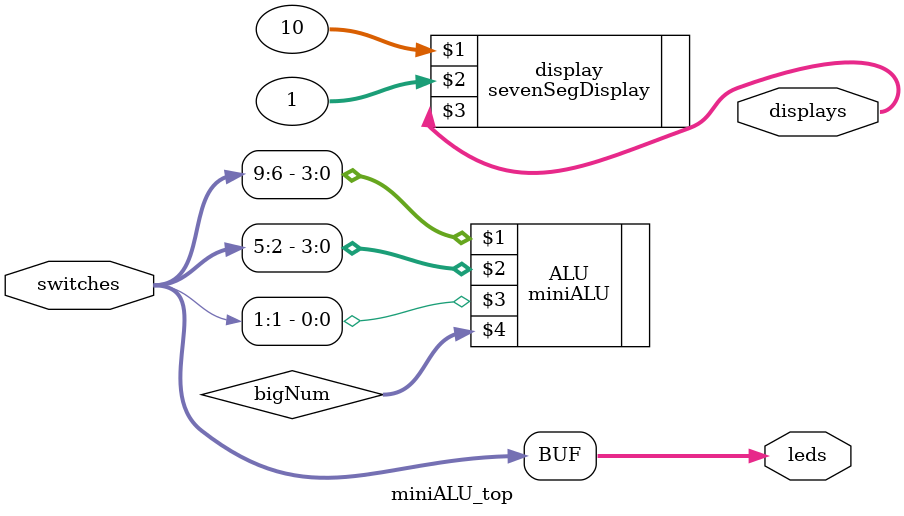
<source format=sv>
module miniALU_top(
	input [9:0] switches, 
	output [9:0] leds, 
	output [47:0] displays
); //receiving ten bit number and outputting 10 bit #
	// variable in verilog is just a wire (cannot change sequentially)
	
	logic [19:0] bigNum;
	// receiving 10 bit number and outputting 10 bit number
	assign leds = switches; //connecting switches directly to leds (basically connecting the two wires together)
	//assign statement takes value of whatever switches 10 bit number and assigning that to the leds directly
	
	miniALU ALU(switches[9:6], switches[5:2], switches[1], bigNum);
	sevenSegDisplay display(10, 1, displays);
	
endmodule
</source>
